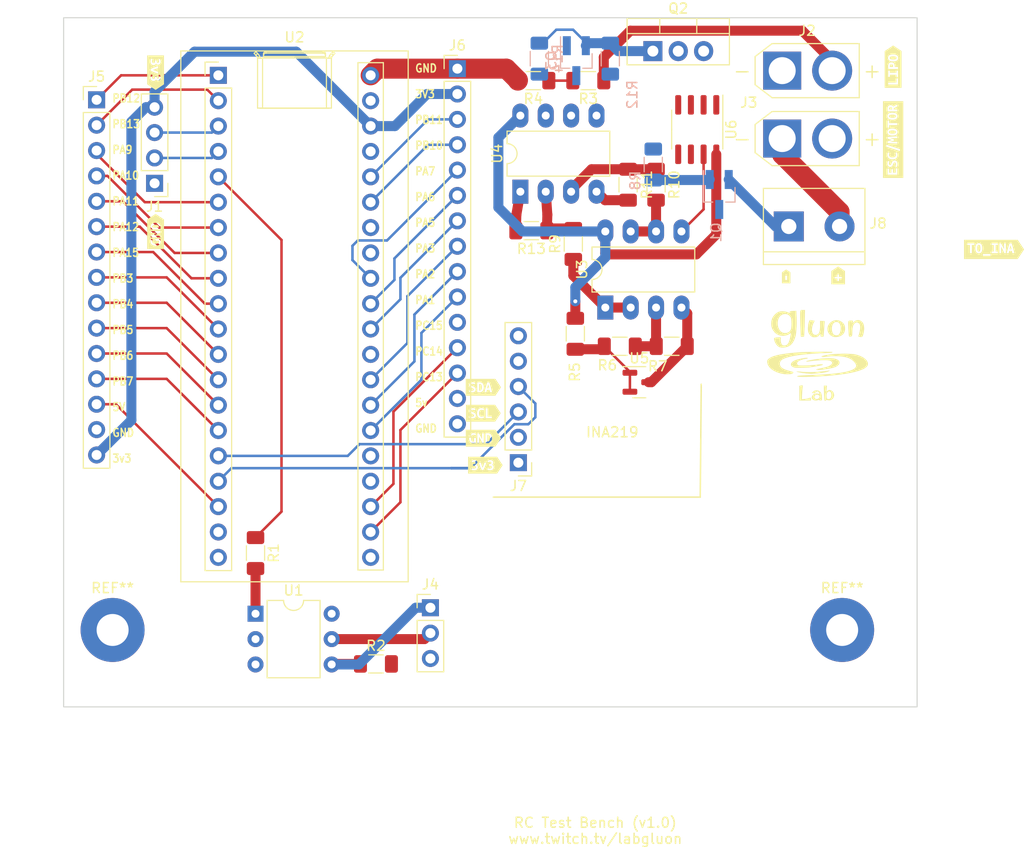
<source format=kicad_pcb>
(kicad_pcb (version 20211014) (generator pcbnew)
  (layers (0 "F.Cu" signal) (31 "B.Cu" signal) (34 "B.Paste" user) (35 "F.Paste" user) (36 "B.SilkS" user "B.Silkscreen") (37 "F.SilkS" user "F.Silkscreen") (38 "B.Mask" user) (39 "F.Mask" user) (44 "Edge.Cuts" user))
  (net 0 "")
  (net 1 "LIPO_NEG")
  (net 2 "Net-(J1-Pad2)")
  (net 3 "Net-(J1-Pad3)")
  (net 4 "+3V3")
  (net 5 "LIPO_POS")
  (net 6 "V_ESC_N")
  (net 7 "ESC_PWM")
  (net 8 "ESC_5V")
  (net 9 "ESC_GND")
  (net 10 "PB12")
  (net 11 "PB13")
  (net 12 "PA9")
  (net 13 "PA10")
  (net 14 "PA11")
  (net 15 "PA12")
  (net 16 "PA15")
  (net 17 "PB3")
  (net 18 "PB4")
  (net 19 "PB5")
  (net 20 "PB6")
  (net 21 "PB7")
  (net 22 "+5V")
  (net 23 "PB11")
  (net 24 "PB10")
  (net 25 "PA7")
  (net 26 "PA6")
  (net 27 "PA5")
  (net 28 "PA3")
  (net 29 "PA2")
  (net 30 "PA1")
  (net 31 "PC15")
  (net 32 "PC14")
  (net 33 "PC13")
  (net 34 "INA_SCL")
  (net 35 "INA_SDA")
  (net 38 "Net-(J8-Pad1)")
  (net 39 "LOW_PATH_ACT")
  (net 40 "Net-(Q2-Pad1)")
  (net 41 "Net-(Q2-Pad2)")
  (net 42 "HIGH_PATH_ACT")
  (net 43 "PWM_TO_ESC")
  (net 44 "Net-(R1-Pad2)")
  (net 45 "V_FEEDBACK")
  (net 46 "Net-(R5-Pad2)")
  (net 47 "Net-(R6-Pad2)")
  (net 48 "Net-(R9-Pad1)")
  (net 49 "Net-(R13-Pad1)")
  (net 50 "Net-(R10-Pad1)")
  (net 51 "Net-(R10-Pad2)")
  (net 52 "HIGH_CURRENT_ADC_adap")
  (net 61 "HIGH_CURRENT_ADC")
  (footprint "Connector_AMASS:AMASS_XT30U-F_1x02_P5.0mm_Vertical" (layer "F.Cu") (at 125 55)
    (fp_text reference "J2" (at 2.5 -4) (layer "F.SilkS"))
    (fp_text value "FROM_LIPO")
    (fp_text user "+" (at 9 0) (layer "F.SilkS") (effects (font (size 1.5 1.5))))
    (fp_text user "-" (at -4 0) (layer "F.SilkS") (effects (font (size 1.5 1.5))))
    (pad "1" thru_hole rect (at 0 0) (size 3.8 3.8) (drill 2.7) (layers *.Cu *.Mask) (net 1 "LIPO_NEG"))
    (pad "2" thru_hole circle (at 5 0) (size 4 4) (drill 2.7) (layers *.Cu *.Mask) (net 5 "LIPO_POS"))
  )
  (footprint "MountingHole:MountingHole_3.2mm_M3_Pad" (layer "F.Cu") (at 58 111)
    (fp_text reference "REF**" (at 0 -4.2) (layer "F.SilkS"))
    (fp_text value "MountingHole_3.2mm_M3_Pad")
    (pad "1" thru_hole circle (at 0 0) (size 6.4 6.4) (drill 3.2) (layers *.Cu *.Mask))
  )
  (footprint "kibuzzard-6356CD97" (layer "F.Cu") (at 136.1 54.6 90)
    (fp_text reference "kibuzzard-6356CD97" hide)
    (fp_text value "G***" hide)
  )
  (footprint "Resistor_SMD:R_1206_3216Metric_Pad1.30x1.75mm_HandSolder" (layer "F.Cu") (at 72.3 103.3 -90)
    (fp_text reference "R1" (at 0 -1.82 90) (layer "F.SilkS"))
    (fp_text value "220")
    (pad "1" smd roundrect (at -1.55 0 270) (size 1.3 1.75) (layers "F.Cu" "F.Paste" "F.Mask") (roundrect_rratio 0.1923076923) (net 43 "PWM_TO_ESC"))
    (pad "2" smd roundrect (at 1.55 0 270) (size 1.3 1.75) (layers "F.Cu" "F.Paste" "F.Mask") (roundrect_rratio 0.1923076923) (net 44 "Net-(R1-Pad2)"))
  )
  (footprint "kibuzzard-6356CE47" (layer "F.Cu") (at 125.4 75.6 90)
    (fp_text reference "kibuzzard-6356CE47" hide)
    (fp_text value "G***" hide)
  )
  (footprint "Connector_PinHeader_2.54mm:PinHeader_1x03_P2.54mm_Vertical" (layer "F.Cu") (at 89.8 108.775)
    (fp_text reference "J4" (at 0 -2.33) (layer "F.SilkS"))
    (fp_text value "ESC_PWM_CONTROL")
    (pad "1" thru_hole rect (at 0 0) (size 1.7 1.7) (drill 1) (layers *.Cu *.Mask) (net 7 "ESC_PWM"))
    (pad "2" thru_hole oval (at 0 2.54) (size 1.7 1.7) (drill 1) (layers *.Cu *.Mask) (net 8 "ESC_5V"))
    (pad "3" thru_hole oval (at 0 5.08) (size 1.7 1.7) (drill 1) (layers *.Cu *.Mask) (net 9 "ESC_GND"))
  )
  (footprint "kibuzzard-6356CD66" (layer "F.Cu") (at 95.1 91.8)
    (fp_text reference "kibuzzard-6356CD66" hide)
    (fp_text value "G***" hide)
  )
  (footprint "Package_SO:SOIC-8_3.9x4.9mm_P1.27mm" (layer "F.Cu") (at 116.5 60.9 -90)
    (fp_text reference "U6" (at 0 -3.4 90) (layer "F.SilkS"))
    (fp_text value "ACS712xLCTR-20A")
    (pad "1" smd roundrect (at -2.475 -1.905 270) (size 1.95 0.6) (layers "F.Cu" "F.Paste" "F.Mask") (net 6 "V_ESC_N"))
    (pad "2" smd roundrect (at -2.475 -0.635 270) (size 1.95 0.6) (layers "F.Cu" "F.Paste" "F.Mask") (net 6 "V_ESC_N"))
    (pad "3" smd roundrect (at -2.475 0.635 270) (size 1.95 0.6) (layers "F.Cu" "F.Paste" "F.Mask") (net 41 "Net-(Q2-Pad2)"))
    (pad "4" smd roundrect (at -2.475 1.905 270) (size 1.95 0.6) (layers "F.Cu" "F.Paste" "F.Mask") (net 41 "Net-(Q2-Pad2)"))
    (pad "5" smd roundrect (at 2.475 1.905 270) (size 1.95 0.6) (layers "F.Cu" "F.Paste" "F.Mask") (net 1 "LIPO_NEG"))
    (pad "6" smd roundrect (at 2.475 0.635 270) (size 1.95 0.6) (layers "F.Cu" "F.Paste" "F.Mask"))
    (pad "7" smd roundrect (at 2.475 -0.635 270) (size 1.95 0.6) (layers "F.Cu" "F.Paste" "F.Mask") (net 61 "HIGH_CURRENT_ADC"))
    (pad "8" smd roundrect (at 2.475 -1.905 270) (size 1.95 0.6) (layers "F.Cu" "F.Paste" "F.Mask") (net 22 "+5V"))
  )
  (footprint "Connector_PinHeader_2.54mm:PinHeader_1x04_P2.54mm_Vertical" (layer "F.Cu") (at 62.2 66.28 180)
    (fp_text reference "J1" (at 0 -2.33) (layer "F.SilkS"))
    (fp_text value "LoadCell")
    (pad "1" thru_hole rect (at 0 0 180) (size 1.7 1.7) (drill 1) (layers *.Cu *.Mask) (net 1 "LIPO_NEG"))
    (pad "2" thru_hole oval (at 0 2.54 180) (size 1.7 1.7) (drill 1) (layers *.Cu *.Mask) (net 2 "Net-(J1-Pad2)"))
    (pad "3" thru_hole oval (at 0 5.08 180) (size 1.7 1.7) (drill 1) (layers *.Cu *.Mask) (net 3 "Net-(J1-Pad3)"))
    (pad "4" thru_hole oval (at 0 7.62 180) (size 1.7 1.7) (drill 1) (layers *.Cu *.Mask) (net 4 "+3V3"))
  )
  (footprint "TerminalBlock:TerminalBlock_bornier-2_P5.08mm" (layer "F.Cu") (at 125.66 70.6)
    (fp_text reference "J8" (at 8.94 -0.3) (layer "F.SilkS"))
    (fp_text value "INA219_CURRENT")
    (pad "1" thru_hole rect (at 0 0) (size 3 3) (drill 1.52) (layers *.Cu *.Mask) (net 38 "Net-(J8-Pad1)"))
    (pad "2" thru_hole circle (at 5.08 0) (size 3 3) (drill 1.52) (layers *.Cu *.Mask) (net 6 "V_ESC_N"))
  )
  (footprint "kibuzzard-6356CE02" (layer "F.Cu") (at 136.1 61.9 90)
    (fp_text reference "kibuzzard-6356CE02" hide)
    (fp_text value "G***" hide)
  )
  (footprint "Resistor_SMD:R_1206_3216Metric_Pad1.30x1.75mm_HandSolder" (layer "F.Cu") (at 105.6 56 180)
    (fp_text reference "R3" (at 0 -1.82) (layer "F.SilkS"))
    (fp_text value "4k7")
    (pad "1" smd roundrect (at -1.55 0 180) (size 1.3 1.75) (layers "F.Cu" "F.Paste" "F.Mask") (roundrect_rratio 0.1923076923) (net 5 "LIPO_POS"))
    (pad "2" smd roundrect (at 1.55 0 180) (size 1.3 1.75) (layers "F.Cu" "F.Paste" "F.Mask") (roundrect_rratio 0.1923076923) (net 45 "V_FEEDBACK"))
  )
  (footprint "Resistor_SMD:R_1206_3216Metric_Pad1.30x1.75mm_HandSolder" (layer "F.Cu") (at 109.58 66.42 90)
    (fp_text reference "R11" (at 0 1.875 90) (layer "F.SilkS"))
    (fp_text value "20k")
    (pad "1" smd roundrect (at -1.55 0 90) (size 1.3 1.75) (layers "F.Cu" "F.Paste" "F.Mask") (roundrect_rratio 0.1923076923) (net 1 "LIPO_NEG"))
    (pad "2" smd roundrect (at 1.55 0 90) (size 1.3 1.75) (layers "F.Cu" "F.Paste" "F.Mask") (roundrect_rratio 0.1923076923) (net 50 "Net-(R10-Pad1)"))
  )
  (footprint "Resistor_SMD:R_1206_3216Metric_Pad1.30x1.75mm_HandSolder" (layer "F.Cu") (at 100.1 56 180)
    (fp_text reference "R4" (at 0 -1.82) (layer "F.SilkS"))
    (fp_text value "1k")
    (pad "1" smd roundrect (at -1.55 0 180) (size 1.3 1.75) (layers "F.Cu" "F.Paste" "F.Mask") (roundrect_rratio 0.1923076923) (net 45 "V_FEEDBACK"))
    (pad "2" smd roundrect (at 1.55 0 180) (size 1.3 1.75) (layers "F.Cu" "F.Paste" "F.Mask") (roundrect_rratio 0.1923076923) (net 1 "LIPO_NEG"))
  )
  (footprint "kibuzzard-6356CD7C" (layer "F.Cu") (at 95.1 89.3)
    (fp_text reference "kibuzzard-6356CD7C" hide)
    (fp_text value "G***" hide)
  )
  (footprint "Connector_AMASS:AMASS_XT30U-F_1x02_P5.0mm_Vertical" (layer "F.Cu") (at 125 61.8)
    (fp_text reference "J3" (at -3.34 -3.6) (layer "F.SilkS"))
    (fp_text value "ALIM_ESC")
    (fp_text user "-" (at -4 0) (layer "F.SilkS") (effects (font (size 1.5 1.5))))
    (fp_text user "+" (at 9 0) (layer "F.SilkS") (effects (font (size 1.5 1.5))))
    (pad "1" thru_hole rect (at 0 0) (size 3.8 3.8) (drill 2.7) (layers *.Cu *.Mask) (net 6 "V_ESC_N"))
    (pad "2" thru_hole circle (at 5 0) (size 4 4) (drill 2.7) (layers *.Cu *.Mask) (net 5 "LIPO_POS"))
  )
  (footprint "kibuzzard-6356CD5A" (layer "F.Cu") (at 62.3 55.2 -90)
    (fp_text reference "kibuzzard-6356CD5A" hide)
    (fp_text value "G***" hide)
  )
  (footprint "kibuzzard-6356CE38" (layer "F.Cu") (at 130.6 75.5 90)
    (fp_text reference "kibuzzard-6356CE38" hide)
    (fp_text value "G***" hide)
  )
  (footprint "Connector_PinHeader_2.54mm:PinHeader_1x15_P2.54mm_Vertical" (layer "F.Cu") (at 56.4 57.92)
    (fp_text reference "J5" (at 0 -2.33) (layer "F.SilkS"))
    (fp_text value "H1")
    (pad "1" thru_hole rect (at 0 0) (size 1.7 1.7) (drill 1) (layers *.Cu *.Mask) (net 10 "PB12"))
    (pad "2" thru_hole oval (at 0 2.54) (size 1.7 1.7) (drill 1) (layers *.Cu *.Mask) (net 11 "PB13"))
    (pad "3" thru_hole oval (at 0 5.08) (size 1.7 1.7) (drill 1) (layers *.Cu *.Mask) (net 12 "PA9"))
    (pad "4" thru_hole oval (at 0 7.62) (size 1.7 1.7) (drill 1) (layers *.Cu *.Mask) (net 13 "PA10"))
    (pad "5" thru_hole oval (at 0 10.16) (size 1.7 1.7) (drill 1) (layers *.Cu *.Mask) (net 14 "PA11"))
    (pad "6" thru_hole oval (at 0 12.7) (size 1.7 1.7) (drill 1) (layers *.Cu *.Mask) (net 15 "PA12"))
    (pad "7" thru_hole oval (at 0 15.24) (size 1.7 1.7) (drill 1) (layers *.Cu *.Mask) (net 16 "PA15"))
    (pad "8" thru_hole oval (at 0 17.78) (size 1.7 1.7) (drill 1) (layers *.Cu *.Mask) (net 17 "PB3"))
    (pad "9" thru_hole oval (at 0 20.32) (size 1.7 1.7) (drill 1) (layers *.Cu *.Mask) (net 18 "PB4"))
    (pad "10" thru_hole oval (at 0 22.86) (size 1.7 1.7) (drill 1) (layers *.Cu *.Mask) (net 19 "PB5"))
    (pad "11" thru_hole oval (at 0 25.4) (size 1.7 1.7) (drill 1) (layers *.Cu *.Mask) (net 20 "PB6"))
    (pad "12" thru_hole oval (at 0 27.94) (size 1.7 1.7) (drill 1) (layers *.Cu *.Mask) (net 21 "PB7"))
    (pad "13" thru_hole oval (at 0 30.48) (size 1.7 1.7) (drill 1) (layers *.Cu *.Mask) (net 22 "+5V"))
    (pad "14" thru_hole oval (at 0 33.02) (size 1.7 1.7) (drill 1) (layers *.Cu *.Mask) (net 1 "LIPO_NEG"))
    (pad "15" thru_hole oval (at 0 35.56) (size 1.7 1.7) (drill 1) (layers *.Cu *.Mask) (net 4 "+3V3"))
  )
  (footprint "Resistor_SMD:R_1206_3216Metric_Pad1.30x1.75mm_HandSolder" (layer "F.Cu") (at 99.9 71.02 180)
    (fp_text reference "R13" (at 0 -1.82) (layer "F.SilkS"))
    (fp_text value "20k")
    (pad "1" smd roundrect (at -1.55 0 180) (size 1.3 1.75) (layers "F.Cu" "F.Paste" "F.Mask") (roundrect_rratio 0.1923076923) (net 49 "Net-(R13-Pad1)"))
    (pad "2" smd roundrect (at 1.55 0 180) (size 1.3 1.75) (layers "F.Cu" "F.Paste" "F.Mask") (roundrect_rratio 0.1923076923) (net 52 "HIGH_CURRENT_ADC_adap"))
  )
  (footprint "Package_DIP:DIP-8_W7.62mm_LongPads" (layer "F.Cu") (at 98.8 67.12 90)
    (fp_text reference "U4" (at 3.81 -2.33 90) (layer "F.SilkS"))
    (fp_text value "LM358")
    (pad "1" thru_hole rect (at 0 0 90) (size 2.4 1.6) (drill 0.8) (layers *.Cu *.Mask) (net 52 "HIGH_CURRENT_ADC_adap"))
    (pad "2" thru_hole oval (at 0 2.54 90) (size 2.4 1.6) (drill 0.8) (layers *.Cu *.Mask) (net 49 "Net-(R13-Pad1)"))
    (pad "3" thru_hole oval (at 0 5.08 90) (size 2.4 1.6) (drill 0.8) (layers *.Cu *.Mask) (net 50 "Net-(R10-Pad1)"))
    (pad "4" thru_hole oval (at 0 7.62 90) (size 2.4 1.6) (drill 0.8) (layers *.Cu *.Mask) (net 1 "LIPO_NEG"))
    (pad "5" thru_hole oval (at 7.62 7.62 90) (size 2.4 1.6) (drill 0.8) (layers *.Cu *.Mask))
    (pad "6" thru_hole oval (at 7.62 5.08 90) (size 2.4 1.6) (drill 0.8) (layers *.Cu *.Mask))
    (pad "7" thru_hole oval (at 7.62 2.54 90) (size 2.4 1.6) (drill 0.8) (layers *.Cu *.Mask))
    (pad "8" thru_hole oval (at 7.62 0 90) (size 2.4 1.6) (drill 0.8) (layers *.Cu *.Mask) (net 22 "+5V"))
  )
  (footprint "Connector_PinHeader_2.54mm:PinHeader_1x15_P2.54mm_Vertical" (layer "F.Cu") (at 92.5 54.8)
    (fp_text reference "J6" (at 0 -2.33) (layer "F.SilkS"))
    (fp_text value "H2")
    (pad "1" thru_hole rect (at 0 0) (size 1.7 1.7) (drill 1) (layers *.Cu *.Mask) (net 1 "LIPO_NEG"))
    (pad "2" thru_hole oval (at 0 2.54) (size 1.7 1.7) (drill 1) (layers *.Cu *.Mask) (net 4 "+3V3"))
    (pad "3" thru_hole oval (at 0 5.08) (size 1.7 1.7) (drill 1) (layers *.Cu *.Mask) (net 23 "PB11"))
    (pad "4" thru_hole oval (at 0 7.62) (size 1.7 1.7) (drill 1) (layers *.Cu *.Mask) (net 24 "PB10"))
    (pad "5" thru_hole oval (at 0 10.16) (size 1.7 1.7) (drill 1) (layers *.Cu *.Mask) (net 25 "PA7"))
    (pad "6" thru_hole oval (at 0 12.7) (size 1.7 1.7) (drill 1) (layers *.Cu *.Mask) (net 26 "PA6"))
    (pad "7" thru_hole oval (at 0 15.24) (size 1.7 1.7) (drill 1) (layers *.Cu *.Mask) (net 27 "PA5"))
    (pad "8" thru_hole oval (at 0 17.78) (size 1.7 1.7) (drill 1) (layers *.Cu *.Mask) (net 28 "PA3"))
    (pad "9" thru_hole oval (at 0 20.32) (size 1.7 1.7) (drill 1) (layers *.Cu *.Mask) (net 29 "PA2"))
    (pad "10" thru_hole oval (at 0 22.86) (size 1.7 1.7) (drill 1) (layers *.Cu *.Mask) (net 30 "PA1"))
    (pad "11" thru_hole oval (at 0 25.4) (size 1.7 1.7) (drill 1) (layers *.Cu *.Mask) (net 31 "PC15"))
    (pad "12" thru_hole oval (at 0 27.94) (size 1.7 1.7) (drill 1) (layers *.Cu *.Mask) (net 32 "PC14"))
    (pad "13" thru_hole oval (at 0 30.48) (size 1.7 1.7) (drill 1) (layers *.Cu *.Mask) (net 33 "PC13"))
    (pad "14" thru_hole oval (at 0 33.02) (size 1.7 1.7) (drill 1) (layers *.Cu *.Mask) (net 22 "+5V"))
    (pad "15" thru_hole oval (at 0 35.56) (size 1.7 1.7) (drill 1) (layers *.Cu *.Mask) (net 1 "LIPO_NEG"))
  )
  (footprint "kibuzzard-6356CD66" (layer "F.Cu") (at 62.3 71.1 90)
    (fp_text reference "kibuzzard-6356CD66" hide)
    (fp_text value "G***" hide)
  )
  (footprint "Resistor_SMD:R_1206_3216Metric_Pad1.30x1.75mm_HandSolder" (layer "F.Cu") (at 84.35 114.4)
    (fp_text reference "R2" (at 0 -1.82) (layer "F.SilkS"))
    (fp_text value "1k")
    (pad "1" smd roundrect (at -1.55 0) (size 1.3 1.75) (layers "F.Cu" "F.Paste" "F.Mask") (roundrect_rratio 0.1923076923) (net 7 "ESC_PWM"))
    (pad "2" smd roundrect (at 1.55 0) (size 1.3 1.75) (layers "F.Cu" "F.Paste" "F.Mask") (roundrect_rratio 0.1923076923) (net 9 "ESC_GND"))
  )
  (footprint "Package_TO_SOT_THT:TO-220-3_Vertical" (layer "F.Cu") (at 112.06 53.045)
    (fp_text reference "Q2" (at 2.54 -4.27) (layer "F.SilkS"))
    (fp_text value "IRF3808")
    (pad "1" thru_hole rect (at 0 0) (size 1.905 2) (drill 1.1) (layers *.Cu *.Mask) (net 40 "Net-(Q2-Pad1)"))
    (pad "2" thru_hole oval (at 2.54 0) (size 1.905 2) (drill 1.1) (layers *.Cu *.Mask) (net 41 "Net-(Q2-Pad2)"))
    (pad "3" thru_hole oval (at 5.08 0) (size 1.905 2) (drill 1.1) (layers *.Cu *.Mask) (net 1 "LIPO_NEG"))
  )
  (footprint "Package_TO_SOT_SMD:SOT-23" (layer "F.Cu") (at 110.7 86.195)
    (fp_text reference "U5" (at 0 -2.4) (layer "F.SilkS"))
    (fp_text value "TL432DBZ")
    (pad "1" smd roundrect (at -0.9375 -0.95) (size 1.475 0.6) (layers "F.Cu" "F.Paste" "F.Mask") (net 46 "Net-(R5-Pad2)"))
    (pad "2" smd roundrect (at -0.9375 0.95) (size 1.475 0.6) (layers "F.Cu" "F.Paste" "F.Mask") (net 46 "Net-(R5-Pad2)"))
    (pad "3" smd roundrect (at 0.9375 0) (size 1.475 0.6) (layers "F.Cu" "F.Paste" "F.Mask") (net 1 "LIPO_NEG"))
  )
  (footprint "Connector_PinHeader_2.54mm:PinHeader_1x06_P2.54mm_Vertical" (layer "F.Cu") (at 98.6 94.25 180)
    (fp_text reference "J7" (at 0 -2.33) (layer "F.SilkS"))
    (fp_text value "UNA219_IF")
    (pad "1" thru_hole rect (at 0 0 180) (size 1.7 1.7) (drill 1) (layers *.Cu *.Mask) (net 4 "+3V3"))
    (pad "2" thru_hole oval (at 0 2.54 180) (size 1.7 1.7) (drill 1) (layers *.Cu *.Mask) (net 1 "LIPO_NEG"))
    (pad "3" thru_hole oval (at 0 5.08 180) (size 1.7 1.7) (drill 1) (layers *.Cu *.Mask) (net 34 "INA_SCL"))
    (pad "4" thru_hole oval (at 0 7.62 180) (size 1.7 1.7) (drill 1) (layers *.Cu *.Mask) (net 35 "INA_SDA"))
    (pad "5" thru_hole oval (at 0 10.16 180) (size 1.7 1.7) (drill 1) (layers *.Cu *.Mask))
    (pad "6" thru_hole oval (at 0 12.7 180) (size 1.7 1.7) (drill 1) (layers *.Cu *.Mask))
  )
  (footprint "Resistor_SMD:R_1206_3216Metric_Pad1.30x1.75mm_HandSolder" (layer "F.Cu") (at 108.75 82.595)
    (fp_text reference "R6" (at -1.25 1.9) (layer "F.SilkS"))
    (fp_text value "1k")
    (pad "1" smd roundrect (at -1.55 0) (size 1.3 1.75) (layers "F.Cu" "F.Paste" "F.Mask") (roundrect_rratio 0.1923076923) (net 46 "Net-(R5-Pad2)"))
    (pad "2" smd roundrect (at 1.55 0) (size 1.3 1.75) (layers "F.Cu" "F.Paste" "F.Mask") (roundrect_rratio 0.1923076923) (net 47 "Net-(R6-Pad2)"))
  )
  (footprint "Resistor_SMD:R_1206_3216Metric_Pad1.30x1.75mm_HandSolder" (layer "F.Cu") (at 112.38 66.42 -90)
    (fp_text reference "R10" (at 0 -1.82 90) (layer "F.SilkS"))
    (fp_text value "20k")
    (pad "1" smd roundrect (at -1.55 0 270) (size 1.3 1.75) (layers "F.Cu" "F.Paste" "F.Mask") (roundrect_rratio 0.1923076923) (net 50 "Net-(R10-Pad1)"))
    (pad "2" smd roundrect (at 1.55 0 270) (size 1.3 1.75) (layers "F.Cu" "F.Paste" "F.Mask") (roundrect_rratio 0.1923076923) (net 51 "Net-(R10-Pad2)"))
  )
  (footprint "STM32_Blue_Pill:LogoGluon_12mm" (layer "F.Cu") (at 128.5 83.2)
    (fp_text reference "G***" hide)
    (fp_text value "LOGO" hide)
  )
  (footprint "Resistor_SMD:R_1206_3216Metric_Pad1.30x1.75mm_HandSolder" (layer "F.Cu") (at 104.3 81.345 -90)
    (fp_text reference "R5" (at 3.84 0.05 90) (layer "F.SilkS"))
    (fp_text value "100")
    (pad "1" smd roundrect (at -1.55 0 270) (size 1.3 1.75) (layers "F.Cu" "F.Paste" "F.Mask") (roundrect_rratio 0.1923076923) (net 22 "+5V"))
    (pad "2" smd roundrect (at 1.55 0 270) (size 1.3 1.75) (layers "F.Cu" "F.Paste" "F.Mask") (roundrect_rratio 0.1923076923) (net 46 "Net-(R5-Pad2)"))
  )
  (footprint "Package_DIP:DIP-6_W7.62mm" (layer "F.Cu") (at 72.3 109.375)
    (fp_text reference "U1" (at 3.81 -2.33) (layer "F.SilkS"))
    (fp_text value "4N25")
    (pad "1" thru_hole rect (at 0 0) (size 1.6 1.6) (drill 0.8) (layers *.Cu *.Mask) (net 44 "Net-(R1-Pad2)"))
    (pad "2" thru_hole oval (at 0 2.54) (size 1.6 1.6) (drill 0.8) (layers *.Cu *.Mask) (net 1 "LIPO_NEG"))
    (pad "3" thru_hole oval (at 0 5.08) (size 1.6 1.6) (drill 0.8) (layers *.Cu *.Mask))
    (pad "4" thru_hole oval (at 7.62 5.08) (size 1.6 1.6) (drill 0.8) (layers *.Cu *.Mask) (net 7 "ESC_PWM"))
    (pad "5" thru_hole oval (at 7.62 2.54) (size 1.6 1.6) (drill 0.8) (layers *.Cu *.Mask) (net 8 "ESC_5V"))
    (pad "6" thru_hole oval (at 7.62 0) (size 1.6 1.6) (drill 0.8) (layers *.Cu *.Mask))
  )
  (footprint "MountingHole:MountingHole_3.2mm_M3_Pad" (layer "F.Cu") (at 131 111)
    (fp_text reference "REF**" (at 0 -4.2) (layer "F.SilkS"))
    (fp_text value "MountingHole_3.2mm_M3_Pad")
    (pad "1" thru_hole circle (at 0 0) (size 6.4 6.4) (drill 3.2) (layers *.Cu *.Mask))
  )
  (footprint "kibuzzard-6356CD87" (layer "F.Cu") (at 95.1 86.7)
    (fp_text reference "kibuzzard-6356CD87" hide)
    (fp_text value "G***" hide)
  )
  (footprint "Resistor_SMD:R_1206_3216Metric_Pad1.30x1.75mm_HandSolder" (layer "F.Cu") (at 113.95 82.595 180)
    (fp_text reference "R7" (at 1.4 -2) (layer "F.SilkS"))
    (fp_text value "4k7")
    (pad "1" smd roundrect (at -1.55 0 180) (size 1.3 1.75) (layers "F.Cu" "F.Paste" "F.Mask") (roundrect_rratio 0.1923076923) (net 1 "LIPO_NEG"))
    (pad "2" smd roundrect (at 1.55 0 180) (size 1.3 1.75) (layers "F.Cu" "F.Paste" "F.Mask") (roundrect_rratio 0.1923076923) (net 47 "Net-(R6-Pad2)"))
  )
  (footprint "Package_DIP:DIP-8_W7.62mm_LongPads" (layer "F.Cu") (at 107.3 78.72 90)
    (fp_text reference "U3" (at 3.81 -2.33 90) (layer "F.SilkS"))
    (fp_text value "LM358")
    (pad "1" thru_hole rect (at 0 0 90) (size 2.4 1.6) (drill 0.8) (layers *.Cu *.Mask) (net 48 "Net-(R9-Pad1)"))
    (pad "2" thru_hole oval (at 0 2.54 90) (size 2.4 1.6) (drill 0.8) (layers *.Cu *.Mask) (net 48 "Net-(R9-Pad1)"))
    (pad "3" thru_hole oval (at 0 5.08 90) (size 2.4 1.6) (drill 0.8) (layers *.Cu *.Mask) (net 47 "Net-(R6-Pad2)"))
    (pad "4" thru_hole oval (at 0 7.62 90) (size 2.4 1.6) (drill 0.8) (layers *.Cu *.Mask) (net 1 "LIPO_NEG"))
    (pad "5" thru_hole oval (at 7.62 7.62 90) (size 2.4 1.6) (drill 0.8) (layers *.Cu *.Mask) (net 61 "HIGH_CURRENT_ADC"))
    (pad "6" thru_hole oval (at 7.62 5.08 90) (size 2.4 1.6) (drill 0.8) (layers *.Cu *.Mask) (net 51 "Net-(R10-Pad2)"))
    (pad "7" thru_hole oval (at 7.62 2.54 90) (size 2.4 1.6) (drill 0.8) (layers *.Cu *.Mask) (net 51 "Net-(R10-Pad2)"))
    (pad "8" thru_hole oval (at 7.62 0 90) (size 2.4 1.6) (drill 0.8) (layers *.Cu *.Mask) (net 22 "+5V"))
  )
  (footprint "STM32_Blue_Pill:YAAJ_BluePill_1b" (layer "F.Cu") (at 68.58 55.47)
    (fp_text reference "U2" (at 7.62 -3.81) (layer "F.SilkS"))
    (fp_text value "YAAJ_BluePill_Part_Like" hide)
    (pad "1" thru_hole rect locked (at 0 0) (size 1.7 1.7) (drill 1) (layers *.Cu *.Mask) (net 10 "PB12"))
    (pad "2" thru_hole circle locked (at 0 2.54) (size 1.7 1.7) (drill 1) (layers *.Cu *.Mask) (net 11 "PB13"))
    (pad "3" thru_hole circle locked (at 0 5.08) (size 1.7 1.7) (drill 1) (layers *.Cu *.Mask) (net 3 "Net-(J1-Pad3)"))
    (pad "4" thru_hole circle locked (at 0 7.62) (size 1.7 1.7) (drill 1) (layers *.Cu *.Mask) (net 2 "Net-(J1-Pad2)"))
    (pad "5" thru_hole circle locked (at 0 10.16) (size 1.7 1.7) (drill 1) (layers *.Cu *.Mask) (net 43 "PWM_TO_ESC"))
    (pad "6" thru_hole circle locked (at 0 12.7) (size 1.7 1.7) (drill 1) (layers *.Cu *.Mask) (net 12 "PA9"))
    (pad "7" thru_hole circle locked (at 0 15.24) (size 1.7 1.7) (drill 1) (layers *.Cu *.Mask) (net 13 "PA10"))
    (pad "8" thru_hole circle locked (at 0 17.78) (size 1.7 1.7) (drill 1) (layers *.Cu *.Mask) (net 14 "PA11"))
    (pad "9" thru_hole circle locked (at 0 20.32) (size 1.7 1.7) (drill 1) (layers *.Cu *.Mask) (net 15 "PA12"))
    (pad "10" thru_hole circle locked (at 0 22.86) (size 1.7 1.7) (drill 1) (layers *.Cu *.Mask) (net 16 "PA15"))
    (pad "11" thru_hole circle locked (at 0 25.4) (size 1.7 1.7) (drill 1) (layers *.Cu *.Mask) (net 17 "PB3"))
    (pad "12" thru_hole circle locked (at 0 27.94) (size 1.7 1.7) (drill 1) (layers *.Cu *.Mask) (net 18 "PB4"))
    (pad "13" thru_hole circle locked (at 0 30.48) (size 1.7 1.7) (drill 1) (layers *.Cu *.Mask) (net 19 "PB5"))
    (pad "14" thru_hole circle locked (at 0 33.02) (size 1.7 1.7) (drill 1) (layers *.Cu *.Mask) (net 20 "PB6"))
    (pad "15" thru_hole circle locked (at 0 35.56) (size 1.7 1.7) (drill 1) (layers *.Cu *.Mask) (net 21 "PB7"))
    (pad "16" thru_hole circle locked (at 0 38.1) (size 1.7 1.7) (drill 1) (layers *.Cu *.Mask) (net 34 "INA_SCL"))
    (pad "17" thru_hole circle locked (at 0 40.64) (size 1.7 1.7) (drill 1) (layers *.Cu *.Mask) (net 35 "INA_SDA"))
    (pad "18" thru_hole circle locked (at 0 43.18) (size 1.7 1.7) (drill 1) (layers *.Cu *.Mask) (net 22 "+5V"))
    (pad "19" thru_hole circle locked (at 0 45.72) (size 1.7 1.7) (drill 1) (layers *.Cu *.Mask) (net 1 "LIPO_NEG"))
    (pad "20" thru_hole circle locked (at 0 48.26) (size 1.7 1.7) (drill 1) (layers *.Cu *.Mask))
    (pad "21" thru_hole circle locked (at 15.24 48.26) (size 1.7 1.7) (drill 1) (layers *.Cu *.Mask))
    (pad "22" thru_hole circle locked (at 15.24 45.72) (size 1.7 1.7) (drill 1) (layers *.Cu *.Mask) (net 33 "PC13"))
    (pad "23" thru_hole circle locked (at 15.24 43.18) (size 1.7 1.7) (drill 1) (layers *.Cu *.Mask) (net 32 "PC14"))
    (pad "24" thru_hole circle locked (at 15.24 40.64) (size 1.7 1.7) (drill 1) (layers *.Cu *.Mask) (net 31 "PC15"))
    (pad "25" thru_hole circle locked (at 15.24 38.1) (size 1.7 1.7) (drill 1) (layers *.Cu *.Mask) (net 52 "HIGH_CURRENT_ADC_adap"))
    (pad "26" thru_hole circle locked (at 15.24 35.56) (size 1.7 1.7) (drill 1) (layers *.Cu *.Mask) (net 30 "PA1"))
    (pad "27" thru_hole circle locked (at 15.24 33.02) (size 1.7 1.7) (drill 1) (layers *.Cu *.Mask) (net 29 "PA2"))
    (pad "28" thru_hole circle locked (at 15.24 30.48) (size 1.7 1.7) (drill 1) (layers *.Cu *.Mask) (net 28 "PA3"))
    (pad "29" thru_hole circle locked (at 15.24 27.94) (size 1.7 1.7) (drill 1) (layers *.Cu *.Mask) (net 45 "V_FEEDBACK"))
    (pad "30" thru_hole circle locked (at 15.24 25.4) (size 1.7 1.7) (drill 1) (layers *.Cu *.Mask) (net 27 "PA5"))
    (pad "31" thru_hole circle locked (at 15.24 22.86) (size 1.7 1.7) (drill 1) (layers *.Cu *.Mask) (net 26 "PA6"))
    (pad "32" thru_hole circle locked (at 15.24 20.32) (size 1.7 1.7) (drill 1) (layers *.Cu *.Mask) (net 25 "PA7"))
    (pad "33" thru_hole circle locked (at 15.24 17.78) (size 1.7 1.7) (drill 1) (layers *.Cu *.Mask) (net 39 "LOW_PATH_ACT"))
    (pad "34" thru_hole circle locked (at 15.24 15.24) (size 1.7 1.7) (drill 1) (layers *.Cu *.Mask) (net 42 "HIGH_PATH_ACT"))
    (pad "35" thru_hole circle locked (at 15.24 12.7) (size 1.7 1.7) (drill 1) (layers *.Cu *.Mask) (net 24 "PB10"))
    (pad "36" thru_hole circle locked (at 15.24 10.16) (size 1.7 1.7) (drill 1) (layers *.Cu *.Mask) (net 23 "PB11"))
    (pad "37" thru_hole circle locked (at 15.24 7.62) (size 1.7 1.7) (drill 1) (layers *.Cu *.Mask))
    (pad "38" thru_hole circle locked (at 15.24 5.08) (size 1.7 1.7) (drill 1) (layers *.Cu *.Mask) (net 4 "+3V3"))
    (pad "39" thru_hole circle locked (at 15.24 2.54) (size 1.7 1.7) (drill 1) (layers *.Cu *.Mask) (net 1 "LIPO_NEG"))
    (pad "40" thru_hole circle locked (at 15.24 0) (size 1.7 1.7) (drill 1) (layers *.Cu *.Mask) (net 1 "LIPO_NEG"))
  )
  (footprint "kibuzzard-6356CD5A" (layer "F.Cu") (at 95.3 94.5)
    (fp_text reference "kibuzzard-6356CD5A" hide)
    (fp_text value "G***" hide)
  )
  (footprint "Resistor_SMD:R_1206_3216Metric_Pad1.30x1.75mm_HandSolder" (layer "F.Cu") (at 104.1 72.35 90)
    (fp_text reference "R9" (at 0 -1.82 90) (layer "F.SilkS"))
    (fp_text value "20k")
    (pad "1" smd roundrect (at -1.55 0 90) (size 1.3 1.75) (layers "F.Cu" "F.Paste" "F.Mask") (roundrect_rratio 0.1923076923) (net 48 "Net-(R9-Pad1)"))
    (pad "2" smd roundrect (at 1.55 0 90) (size 1.3 1.75) (layers "F.Cu" "F.Paste" "F.Mask") (roundrect_rratio 0.1923076923) (net 49 "Net-(R13-Pad1)"))
  )
  (footprint "kibuzzard-6356CE24" (layer "F.Cu") (at 146.2 72.9)
    (fp_text reference "kibuzzard-6356CE24" hide)
    (fp_text value "G***" hide)
  )
  (footprint "Resistor_SMD:R_1206_3216Metric_Pad1.30x1.75mm_HandSolder" (layer "B.Cu") (at 107.8 53.8 -90)
    (fp_text reference "R12" (at 3.6 -2.2 90) (layer "B.SilkS") (effects (justify mirror)))
    (fp_text value "100k")
    (pad "1" smd roundrect (at -1.55 0 270) (size 1.3 1.75) (layers "B.Cu" "B.Paste" "B.Mask") (roundrect_rratio 0.1923076923) (net 40 "Net-(Q2-Pad1)"))
    (pad "2" smd roundrect (at 1.55 0 270) (size 1.3 1.75) (layers "B.Cu" "B.Paste" "B.Mask") (roundrect_rratio 0.1923076923) (net 1 "LIPO_NEG"))
  )
  (footprint "Resistor_SMD:R_1206_3216Metric_Pad1.30x1.75mm_HandSolder" (layer "B.Cu") (at 100.7 53.8 90)
    (fp_text reference "R14" (at 0 1.82 90) (layer "B.SilkS") (effects (justify mirror)))
    (fp_text value "1K")
    (pad "1" smd roundrect (at -1.55 0 90) (size 1.3 1.75) (layers "B.Cu" "B.Paste" "B.Mask") (roundrect_rratio 0.1923076923) (net 22 "+5V"))
    (pad "2" smd roundrect (at 1.55 0 90) (size 1.3 1.75) (layers "B.Cu" "B.Paste" "B.Mask") (roundrect_rratio 0.1923076923) (net 40 "Net-(Q2-Pad1)"))
  )
  (footprint "Package_TO_SOT_SMD:SOT-23_Handsoldering" (layer "B.Cu") (at 104.4 54 -90)
    (fp_text reference "Q3" (at 0 2.5 90) (layer "B.SilkS") (effects (justify mirror)))
    (fp_text value "IRLML2502")
    (pad "1" smd rect (at -1.5 0.95 270) (size 1.9 0.8) (layers "B.Cu" "B.Paste" "B.Mask") (net 42 "HIGH_PATH_ACT"))
    (pad "2" smd rect (at -1.5 -0.95 270) (size 1.9 0.8) (layers "B.Cu" "B.Paste" "B.Mask") (net 40 "Net-(Q2-Pad1)"))
    (pad "3" smd rect (at 1.5 0 270) (size 1.9 0.8) (layers "B.Cu" "B.Paste" "B.Mask") (net 1 "LIPO_NEG"))
  )
  (footprint "Resistor_SMD:R_1206_3216Metric_Pad1.30x1.75mm_HandSolder" (layer "B.Cu") (at 112.1 64.4 90)
    (fp_text reference "R8" (at -1.6 -1.8 90) (layer "B.SilkS") (effects (justify mirror)))
    (fp_text value "10k")
    (pad "1" smd roundrect (at -1.55 0 90) (size 1.3 1.75) (layers "B.Cu" "B.Paste" "B.Mask") (roundrect_rratio 0.1923076923) (net 39 "LOW_PATH_ACT"))
    (pad "2" smd roundrect (at 1.55 0 90) (size 1.3 1.75) (layers "B.Cu" "B.Paste" "B.Mask") (roundrect_rratio 0.1923076923) (net 1 "LIPO_NEG"))
  )
  (footprint "Package_TO_SOT_SMD:SOT-23_Handsoldering" (layer "B.Cu") (at 118.7 67.4 -90)
    (fp_text reference "Q1" (at 3.8 0.3 90) (layer "B.SilkS") (effects (justify mirror)))
    (fp_text value "IRLML2502")
    (pad "1" smd rect (at -1.5 0.95 270) (size 1.9 0.8) (layers "B.Cu" "B.Paste" "B.Mask") (net 39 "LOW_PATH_ACT"))
    (pad "2" smd rect (at -1.5 -0.95 270) (size 1.9 0.8) (layers "B.Cu" "B.Paste" "B.Mask") (net 38 "Net-(J8-Pad1)"))
    (pad "3" smd rect (at 1.5 0 270) (size 1.9 0.8) (layers "B.Cu" "B.Paste" "B.Mask") (net 1 "LIPO_NEG"))
  )
  (gr_line (start 116.8 97.7) (end 116.9 86.4) (layer "F.SilkS") (width 0.15))
  (gr_line (start 96.1 97.7) (end 116.8 97.7) (layer "F.SilkS") (width 0.15))
  (gr_rect (start 53.1 49.7) (end 138.5 118.7) (layer "Edge.Cuts") (width 0.1) (fill none))
  (gr_text "RC Test Bench (v1.0)\nwww.twitch.tv/labgluon" (at 106.3 131.1) (layer "F.SilkS") (effects (font (size 1 1))))
  (gr_text "GND\n\n3V3\n\nPB11\n\nPB10\n\nPA7\n\nPA6\n\nPA5\n\nPA3\n\nPA2\n\nPA1\n\nPC15\n\nPC14\n\nPC13\n\n5v\n\nGND" (at 88.2 72.8) (layer "F.SilkS") (effects (font (size 0.8 0.7)) (justify left)))
  (gr_text "INA219\n" (at 108 91.2) (layer "F.SilkS") (effects (font (size 1 1))))
  (gr_text "PB12\n\nPB13\n\nPA9\n\nPA10\n\nPA11\n\nPA12\n\nPA15\n\nPB3\n\nPB4\n\nPB5\n\nPB6\n\nPB7\n\n5V\n\nGND\n\n3v3\n" (at 57.9 75.8) (layer "F.SilkS") (effects (font (size 0.8 0.7)) (justify left)))
  (segment (start 97.4 54.8) (end 92.5 54.8) (width 2) (layer "F.Cu") (net 1))
  (segment (start 109.58 67.97) (end 107.27 67.97) (width 1) (layer "F.Cu") (net 1))
  (segment (start 114.92 78.72) (end 115.5 79.3) (width 1) (layer "F.Cu") (net 1))
  (segment (start 83.82 55.47) (end 84.49 54.8) (width 2) (layer "F.Cu") (net 1))
  (segment (start 107.27 67.97) (end 106.42 67.12) (width 1) (layer "F.Cu") (net 1))
  (segment (start 84.49 54.8) (end 92.5 54.8) (width 2) (layer "F.Cu") (net 1))
  (segment (start 115.5 79.3) (end 115.5 82.595) (width 1) (layer "F.Cu") (net 1))
  (segment (start 98.55 56) (end 98.55 55.95) (width 2) (layer "F.Cu") (net 1))
  (segment (start 98.55 55.95) (end 97.4 54.8) (width 2) (layer "F.Cu") (net 1))
  (segment (start 111.6375 86.195) (end 111.9 86.195) (width 1) (layer "F.Cu") (net 1))
  (segment (start 111.9 86.195) (end 115.5 82.595) (width 1) (layer "F.Cu") (net 1))
  (segment (start 62.2 63.74) (end 67.93 63.74) (width 0.25) (layer "B.Cu") (net 2))
  (segment (start 67.93 63.74) (end 68.58 63.09) (width 0.25) (layer "B.Cu") (net 2))
  (segment (start 67.93 61.2) (end 68.58 60.55) (width 0.25) (layer "B.Cu") (net 3))
  (segment (start 62.2 61.2) (end 67.93 61.2) (width 0.25) (layer "B.Cu") (net 3))
  (segment (start 86.25 60.55) (end 89.46 57.34) (width 1) (layer "B.Cu") (net 4))
  (segment (start 83.82 60.55) (end 86.25 60.55) (width 1) (layer "B.Cu") (net 4))
  (segment (start 76.37 53.1) (end 83.82 60.55) (width 1) (layer "B.Cu") (net 4))
  (segment (start 62.2 58.66) (end 62.2 57.1) (width 1) (layer "B.Cu") (net 4))
  (segment (start 61.34 58.66) (end 62.2 58.66) (width 1) (layer "B.Cu") (net 4))
  (segment (start 62.2 57.1) (end 66.2 53.1) (width 1) (layer "B.Cu") (net 4))
  (segment (start 59.877897 90.002103) (end 59.877897 60.122103) (width 1) (layer "B.Cu") (net 4))
  (segment (start 56.4 93.48) (end 59.877897 90.002103) (width 1) (layer "B.Cu") (net 4))
  (segment (start 66.2 53.1) (end 76.37 53.1) (width 1) (layer "B.Cu") (net 4))
  (segment (start 89.46 57.34) (end 92.5 57.34) (width 1) (layer "B.Cu") (net 4))
  (segment (start 59.877897 60.122103) (end 61.34 58.66) (width 1) (layer "B.Cu") (net 4))
  (segment (start 109.8 51) (end 127 51) (width 1) (layer "F.Cu") (net 5))
  (segment (start 130 54) (end 130 55) (width 1) (layer "F.Cu") (net 5))
  (segment (start 127 51) (end 130 54) (width 1) (layer "F.Cu") (net 5))
  (segment (start 107.15 56) (end 107.15 53.65) (width 1) (layer "F.Cu") (net 5))
  (segment (start 107.15 53.65) (end 109.8 51) (width 1) (layer "F.Cu") (net 5))
  (segment (start 130.74 69.14) (end 125 63.4) (width 2) (layer "F.Cu") (net 6))
  (segment (start 125 63.4) (end 125 61.8) (width 2) (layer "F.Cu") (net 6))
  (segment (start 130.74 70.6) (end 130.74 69.14) (width 2) (layer "F.Cu") (net 6))
  (segment (start 82.8 114.4) (end 79.975 114.4) (width 1) (layer "F.Cu") (net 7))
  (segment (start 79.975 114.4) (end 79.92 114.455) (width 1) (layer "F.Cu") (net 7))
  (segment (start 88.325 108.775) (end 82.645 114.455) (width 1) (layer "B.Cu") (net 7))
  (segment (start 89.8 108.775) (end 88.325 108.775) (width 1) (layer "B.Cu") (net 7))
  (segment (start 82.645 114.455) (end 79.92 114.455) (width 1) (layer "B.Cu") (net 7))
  (segment (start 89.2 111.915) (end 89.8 111.315) (width 1) (layer "F.Cu") (net 8))
  (segment (start 79.92 111.915) (end 89.2 111.915) (width 1) (layer "F.Cu") (net 8))
  (segment (start 58.85 55.47) (end 68.58 55.47) (width 0.25) (layer "F.Cu") (net 10))
  (segment (start 56.4 57.92) (end 58.85 55.47) (width 0.25) (layer "F.Cu") (net 10))
  (segment (start 67.47 56.9) (end 68.58 58.01) (width 0.25) (layer "F.Cu") (net 11))
  (segment (start 56.4 60.46) (end 59.96 56.9) (width 0.25) (layer "F.Cu") (net 11))
  (segment (start 59.96 56.9) (end 67.47 56.9) (width 0.25) (layer "F.Cu") (net 11))
  (segment (start 56.4 63.35) (end 61.22 68.17) (width 0.25) (layer "F.Cu") (net 12))
  (segment (start 61.22 68.17) (end 68.58 68.17) (width 0.25) (layer "F.Cu") (net 12))
  (segment (start 56.4 63) (end 56.4 63.35) (width 0.25) (layer "F.Cu") (net 12))
  (segment (start 57.49 65.54) (end 62.66 70.71) (width 0.25) (layer "F.Cu") (net 13))
  (segment (start 62.66 70.71) (end 68.58 70.71) (width 0.25) (layer "F.Cu") (net 13))
  (segment (start 56.4 65.54) (end 57.49 65.54) (width 0.25) (layer "F.Cu") (net 13))
  (segment (start 56.4 68.08) (end 59.03 68.08) (width 0.25) (layer "F.Cu") (net 14))
  (segment (start 59.03 68.08) (end 64.2 73.25) (width 0.25) (layer "F.Cu") (net 14))
  (segment (start 64.2 73.25) (end 68.58 73.25) (width 0.25) (layer "F.Cu") (net 14))
  (segment (start 56.4 70.62) (end 60.72 70.62) (width 0.25) (layer "F.Cu") (net 15))
  (segment (start 60.72 70.62) (end 65.89 75.79) (width 0.25) (layer "F.Cu") (net 15))
  (segment (start 65.89 75.79) (end 68.58 75.79) (width 0.25) (layer "F.Cu") (net 15))
  (segment (start 62.06 73.16) (end 67.23 78.33) (width 0.25) (layer "F.Cu") (net 16))
  (segment (start 56.4 73.16) (end 62.06 73.16) (width 0.25) (layer "F.Cu") (net 16))
  (segment (start 67.23 78.33) (end 68.58 78.33) (width 0.25) (layer "F.Cu") (net 16))
  (segment (start 56.4 75.7) (end 63.41 75.7) (width 0.25) (layer "F.Cu") (net 17))
  (segment (start 63.41 75.7) (end 68.58 80.87) (width 0.25) (layer "F.Cu") (net 17))
  (segment (start 56.4 78.24) (end 63.41 78.24) (width 0.25) (layer "F.Cu") (net 18))
  (segment (start 63.41 78.24) (end 68.58 83.41) (width 0.25) (layer "F.Cu") (net 18))
  (segment (start 63.41 80.78) (end 68.58 85.95) (width 0.25) (layer "F.Cu") (net 19))
  (segment (start 56.4 80.78) (end 63.41 80.78) (width 0.25) (layer "F.Cu") (net 19))
  (segment (start 63.41 83.32) (end 68.58 88.49) (width 0.25) (layer "F.Cu") (net 20))
  (segment (start 56.4 83.32) (end 63.41 83.32) (width 0.25) (layer "F.Cu") (net 20))
  (segment (start 63.41 85.86) (end 68.58 91.03) (width 0.25) (layer "F.Cu") (net 21))
  (segment (start 56.4 85.86) (end 63.41 85.86) (width 0.25) (layer "F.Cu") (net 21))
  (segment (start 116.4 73.4) (end 107.4 73.4) (width 1) (layer "F.Cu") (net 22))
  (segment (start 56.4 88.4) (end 58.33 88.4) (width 0.25) (layer "F.Cu") (net 22))
  (segment (start 107.3 73.3) (end 107.3 71.1) (width 1) (layer "F.Cu") (net 22))
  (segment (start 58.33 88.4) (end 68.58 98.65) (width 0.25) (layer "F.Cu") (net 22))
  (segment (start 118.405 63.375) (end 118.405 71.395) (width 1) (layer "F.Cu") (net 22))
  (segment (start 107.4 73.4) (end 107.3 73.3) (width 1) (layer "F.Cu") (net 22))
  (segment (start 118.405 71.395) (end 116.4 73.4) (width 1) (layer "F.Cu") (net 22))
  (segment (start 104.3 78.095) (end 104.3 79.795) (width 1) (layer "F.Cu") (net 22))
  (via (at 104.3 78.095) (size 0.8) (drill 0.4) (layers "F.Cu" "B.Cu") (net 22))
  (segment (start 99.005 71.1) (end 96.6 68.695) (width 1) (layer "B.Cu") (net 22))
  (segment (start 107.3 71.1) (end 99.005 71.1) (width 1) (layer "B.Cu") (net 22))
  (segment (start 96.6 61.7) (end 98.8 59.5) (width 1) (layer "B.Cu") (net 22))
  (segment (start 104.3 76.695) (end 107.3 73.695) (width 1) (layer "B.Cu") (net 22))
  (segment (start 104.3 78.095) (end 104.3 76.695) (width 1) (layer "B.Cu") (net 22))
  (segment (start 107.3 73.695) (end 107.3 71.1) (width 1) (layer "B.Cu") (net 22))
  (segment (start 96.6 68.695) (end 96.6 61.7) (width 1) (layer "B.Cu") (net 22))
  (segment (start 92.5 59.88) (end 89.57 59.88) (width 0.25) (layer "B.Cu") (net 23))
  (segment (start 89.57 59.88) (end 83.82 65.63) (width 0.25) (layer "B.Cu") (net 23))
  (segment (start 92.5 62.42) (end 89.57 62.42) (width 0.25) (layer "B.Cu") (net 24))
  (segment (start 89.57 62.42) (end 83.82 68.17) (width 0.25) (layer "B.Cu") (net 24))
  (segment (start 82 72.538556) (end 82 73.97) (width 0.25) (layer "B.Cu") (net 25))
  (segment (start 85.46 72) (end 82.538556 72) (width 0.25) (layer "B.Cu") (net 25))
  (segment (start 92.5 64.96) (end 85.46 72) (width 0.25) (layer "B.Cu") (net 25))
  (segment (start 82 73.97) (end 83.82 75.79) (width 0.25) (layer "B.Cu") (net 25))
  (segment (start 82.538556 72) (end 82 72.538556) (width 0.25) (layer "B.Cu") (net 25))
  (segment (start 92.5 67.5) (end 86.2 73.8) (width 0.25) (layer "B.Cu") (net 26))
  (segment (start 86.2 73.8) (end 86.2 75.95) (width 0.25) (layer "B.Cu") (net 26))
  (segment (start 86.2 75.95) (end 83.82 78.33) (width 0.25) (layer "B.Cu") (net 26))
  (segment (start 92.5 70.04) (end 86.8 75.74) (width 0.25) (layer "B.Cu") (net 27))
  (segment (start 86.8 77.89) (end 83.82 80.87) (width 0.25) (layer "B.Cu") (net 27))
  (segment (start 86.8 75.74) (end 86.8 77.89) (width 0.25) (layer "B.Cu") (net 27))
  (segment (start 92.5 72.58) (end 87.5 77.58) (width 0.25) (layer "B.Cu") (net 28))
  (segment (start 87.5 82.27) (end 83.82 85.95) (width 0.25) (layer "B.Cu") (net 28))
  (segment (start 87.5 77.58) (end 87.5 82.27) (width 0.25) (layer "B.Cu") (net 28))
  (segment (start 88.2 79.42) (end 88.2 84.11) (width 0.25) (layer "B.Cu") (net 29))
  (segment (start 88.2 84.11) (end 83.82 88.49) (width 0.25) (layer "B.Cu") (net 29))
  (segment (start 92.5 75.12) (end 88.2 79.42) (width 0.25) (layer "B.Cu") (net 29))
  (segment (start 88.9 85.95) (end 83.82 91.03) (width 0.25) (layer "B.Cu") (net 30))
  (segment (start 92.5 77.66) (end 88.9 81.26) (width 0.25) (layer "B.Cu") (net 30))
  (segment (start 88.9 81.26) (end 88.9 85.95) (width 0.25) (layer "B.Cu") (net 30))
  (segment (start 86.1 89.14) (end 86.1 96.37) (width 0.25) (layer "F.Cu") (net 32))
  (segment (start 92.5 82.74) (end 86.1 89.14) (width 0.25) (layer "F.Cu") (net 32))
  (segment (start 86.1 96.37) (end 83.82 98.65) (width 0.25) (layer "F.Cu") (net 32))
  (segment (start 92.5 85.28) (end 86.8 90.98) (width 0.25) (layer "F.Cu") (net 33))
  (segment (start 86.8 90.98) (end 86.8 98.21) (width 0.25) (layer "F.Cu") (net 33))
  (segment (start 86.8 98.21) (end 83.82 101.19) (width 0.25) (layer "F.Cu") (net 33))
  (segment (start 95.375 92.395) (end 98.6 89.17) (width 0.25) (layer "B.Cu") (net 34))
  (segment (start 68.58 93.57) (end 81.53 93.57) (width 0.25) (layer "B.Cu") (net 34))
  (segment (start 81.53 93.57) (end 82.705 92.395) (width 0.25) (layer "B.Cu") (net 34))
  (segment (start 82.705 92.395) (end 95.375 92.395) (width 0.25) (layer "B.Cu") (net 34))
  (segment (start 68.58 96.11) (end 69.89 94.8) (width 0.25) (layer "B.Cu") (net 35))
  (segment (start 99.6 90.4) (end 98.2 90.4) (width 0.25) (layer "B.Cu") (net 35))
  (segment (start 100.3 88.33) (end 100.3 89.7) (width 0.25) (layer "B.Cu") (net 35))
  (segment (start 91.9 94.8) (end 93.5 94.8) (width 0.25) (layer "B.Cu") (net 35))
  (segment (start 69.89 94.8) (end 91.9 94.8) (width 0.25) (layer "B.Cu") (net 35))
  (segment (start 98.6 86.63) (end 100.3 88.33) (width 0.25) (layer "B.Cu") (net 35))
  (segment (start 93.8 94.8) (end 91.9 94.8) (width 0.25) (layer "B.Cu") (net 35))
  (segment (start 98.2 90.4) (end 93.8 94.8) (width 0.25) (layer "B.Cu") (net 35))
  (segment (start 100.3 89.7) (end 99.6 90.4) (width 0.25) (layer "B.Cu") (net 35))
  (segment (start 124.35 70.6) (end 119.65 65.9) (width 1) (layer "B.Cu") (net 38))
  (segment (start 125.66 70.6) (end 124.35 70.6) (width 1) (layer "B.Cu") (net 38))
  (segment (start 112.1 65.95) (end 117.7 65.95) (width 1) (layer "B.Cu") (net 39))
  (segment (start 117.7 65.95) (end 117.75 65.9) (width 1) (layer "B.Cu") (net 39))
  (segment (start 105.35 52.175) (end 105.35 52.5) (width 0.25) (layer "B.Cu") (net 40))
  (segment (start 102.4 50.9) (end 104.075 50.9) (width 0.25) (layer "B.Cu") (net 40))
  (segment (start 107.8 52.25) (end 105.6 52.25) (width 1) (layer "B.Cu") (net 40))
  (segment (start 100.7 52.25) (end 101.05 52.25) (width 0.25) (layer "B.Cu") (net 40))
  (segment (start 104.075 50.9) (end 105.35 52.175) (width 0.25) (layer "B.Cu") (net 40))
  (segment (start 101.05 52.25) (end 102.4 50.9) (width 0.25) (layer "B.Cu") (net 40))
  (segment (start 112.06 53.045) (end 108.595 53.045) (width 1) (layer "B.Cu") (net 40))
  (segment (start 108.595 53.045) (end 107.8 52.25) (width 1) (layer "B.Cu") (net 40))
  (segment (start 105.6 52.25) (end 105.35 52.5) (width 1) (layer "B.Cu") (net 40))
  (segment (start 72.3 101.75) (end 74.9 99.15) (width 0.25) (layer "F.Cu") (net 43))
  (segment (start 74.9 99.15) (end 74.9 71.95) (width 0.25) (layer "F.Cu") (net 43))
  (segment (start 74.9 71.95) (end 68.58 65.63) (width 0.25) (layer "F.Cu") (net 43))
  (segment (start 72.3 104.85) (end 72.3 109.375) (width 1) (layer "F.Cu") (net 44))
  (segment (start 101.65 56) (end 104.05 56) (width 0.25) (layer "F.Cu") (net 45))
  (segment (start 106.9 82.895) (end 107.2 82.595) (width 1) (layer "F.Cu") (net 46))
  (segment (start 109.7625 85.245) (end 109.7625 85.1575) (width 0.25) (layer "F.Cu") (net 46))
  (segment (start 109.7625 85.1575) (end 107.2 82.595) (width 0.25) (layer "F.Cu") (net 46))
  (segment (start 104.3 82.895) (end 106.9 82.895) (width 1) (layer "F.Cu") (net 46))
  (segment (start 109.7625 85.245) (end 109.7625 87.145) (width 0.25) (layer "F.Cu") (net 46))
  (segment (start 112.38 82.575) (end 112.4 82.595) (width 1) (layer "F.Cu") (net 47))
  (segment (start 112.38 78.72) (end 112.38 82.575) (width 1) (layer "F.Cu") (net 47))
  (segment (start 110.3 82.595) (end 112.4 82.595) (width 1) (layer "F.Cu") (net 47))
  (segment (start 109.84 78.72) (end 107.3 78.72) (width 1) (layer "F.Cu") (net 48))
  (segment (start 107.3 78.72) (end 105.125 76.545) (width 1) (layer "F.Cu") (net 48))
  (segment (start 104.1 73.9) (end 104.1 75.52) (width 1) (layer "F.Cu") (net 48))
  (segment (start 104.1 75.52) (end 105.125 76.545) (width 1) (layer "F.Cu") (net 48))
  (segment (start 104.1 70.8) (end 101.67 70.8) (width 1) (layer "F.Cu") (net 49))
  (segment (start 101.5 69.42) (end 101.45 71.02) (width 1) (layer "F.Cu") (net 49))
  (segment (start 101.34 67.12) (end 101.5 69.42) (width 1) (layer "F.Cu") (net 49))
  (segment (start 101.67 70.8) (end 101.45 71.02) (width 1) (layer "F.Cu") (net 49))
  (segment (start 103.88 66.915) (end 103.88 67.12) (width 1) (layer "F.Cu") (net 50))
  (segment (start 105.925 64.87) (end 103.88 66.915) (width 1) (layer "F.Cu") (net 50))
  (segment (start 109.58 64.87) (end 112.38 64.87) (width 1) (layer "F.Cu") (net 50))
  (segment (start 109.58 64.87) (end 105.925 64.87) (width 1) (layer "F.Cu") (net 50))
  (segment (start 109.84 71.1) (end 112.38 71.1) (width 1) (layer "F.Cu") (net 51))
  (segment (start 112.38 67.97) (end 112.38 71.1) (width 1) (layer "F.Cu") (net 51))
  (segment (start 109.88 71.06) (end 109.84 71.1) (width 1) (layer "F.Cu") (net 51))
  (segment (start 98.8 67.12) (end 98.4 69.42) (width 1) (layer "F.Cu") (net 52))
  (segment (start 98.4 69.42) (end 98.35 71.02) (width 1) (layer "F.Cu") (net 52))
  (segment (start 114.92 71.1) (end 117.135 68.885) (width 0.25) (layer "F.Cu") (net 61))
  (segment (start 117.135 68.885) (end 117.135 63.375) (width 0.25) (layer "F.Cu") (net 61))
)
</source>
